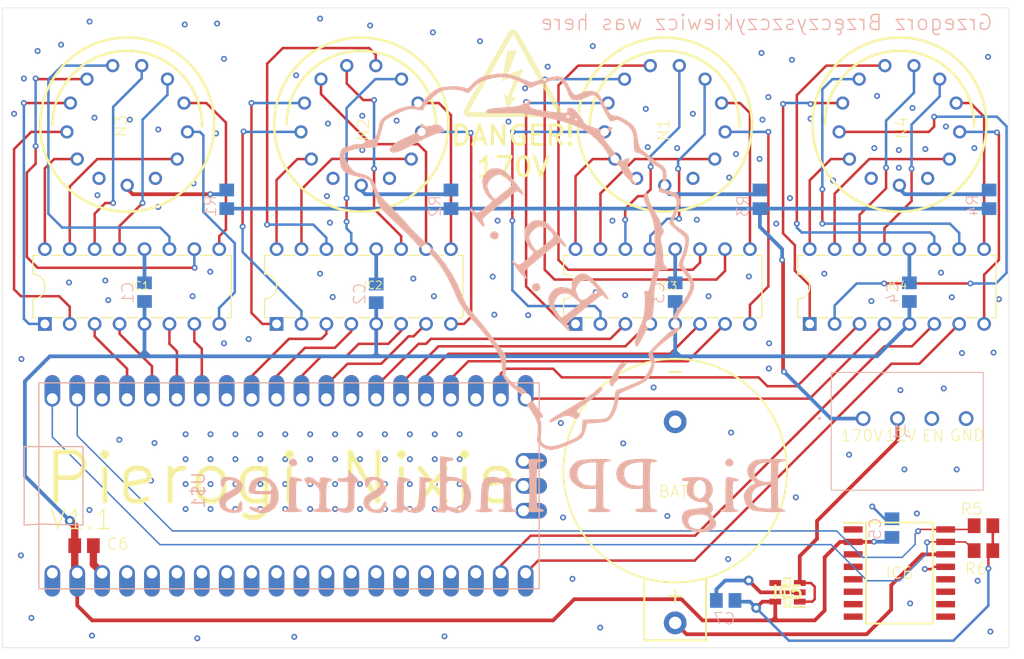
<source format=kicad_pcb>
(kicad_pcb (version 20221018) (generator pcbnew)
  (layers (0 "F.Cu" signal) (1 "In1.Cu" signal) (2 "In2.Cu" signal) (31 "B.Cu" signal) (34 "B.Paste" user) (35 "F.Paste" user) (36 "B.SilkS" user "B.Silkscreen") (37 "F.SilkS" user "F.Silkscreen") (38 "B.Mask" user) (39 "F.Mask" user) (44 "Edge.Cuts" user))
  (net 0 "")
  (net 1 "VCC")
  (net 2 "GND")
  (net 3 "Net-(IC6-VBAT)")
  (net 4 "+5V")
  (net 5 "/N13")
  (net 6 "/N10")
  (net 7 "/N11")
  (net 8 "/N15")
  (net 9 "/N14")
  (net 10 "/N16")
  (net 11 "/N17")
  (net 12 "/N12")
  (net 13 "/C1")
  (net 14 "/B1")
  (net 15 "/D1")
  (net 16 "/A1")
  (net 17 "/N19")
  (net 18 "/N18")
  (net 19 "/N23")
  (net 20 "/N20")
  (net 21 "/N21")
  (net 22 "/N25")
  (net 23 "/N24")
  (net 24 "/N26")
  (net 25 "/N27")
  (net 26 "/N22")
  (net 27 "/C2")
  (net 28 "/B2")
  (net 29 "/D2")
  (net 30 "/A2")
  (net 31 "/N29")
  (net 32 "/N28")
  (net 33 "/N33")
  (net 34 "/N30")
  (net 35 "/N31")
  (net 36 "/N35")
  (net 37 "/N34")
  (net 38 "/N36")
  (net 39 "/N37")
  (net 40 "/N32")
  (net 41 "/C3")
  (net 42 "/B3")
  (net 43 "/D3")
  (net 44 "/A3")
  (net 45 "/N39")
  (net 46 "/N38")
  (net 47 "/N43")
  (net 48 "/N40")
  (net 49 "/N41")
  (net 50 "/N45")
  (net 51 "/N44")
  (net 52 "/N46")
  (net 53 "/N47")
  (net 54 "/N42")
  (net 55 "/C4")
  (net 56 "/B4")
  (net 57 "/D4")
  (net 58 "/A4")
  (net 59 "/N49")
  (net 60 "/N48")
  (net 61 "+12V")
  (net 74 "/SDA")
  (net 75 "/SCL")
  (net 76 "/ENABLE")
  (net 77 "/170V1")
  (net 80 "/170V2")
  (net 83 "/170V3")
  (net 86 "/170V4")
  (footprint "nixie:C0805" (layer "F.Cu") (at 104.836 131.826)
    (fp_text reference "C6")
    (fp_text value "100nf" hide)
  )
  (footprint "nixie:SOIC127P1032X265-16N" (layer "F.Cu") (at 187.96 134.62)
    (fp_text reference "IC6")
    (fp_text value "DS3231M+TRL")
  )
  (footprint "nixie:HVSMALL" (layer "F.Cu") (at 143.45085 88.73055)
    (fp_text reference "U$2" hide)
    (fp_text value "HVSMALL" hide)
  )
  (footprint "nixie:R0805" (layer "F.Cu") (at 196.53 129.794)
    (fp_text reference "R5")
    (fp_text value "10k" hide)
  )
  (footprint "TimeExpander:DIP16-2.54-19.2X7.62MM" (layer "F.Cu") (at 163.83 105.41)
    (fp_text reference "IC3")
    (fp_text value "SN74141")
  )
  (footprint "nixie:SN2032" (layer "F.Cu") (at 165.1 124.18 180)
    (fp_text reference "BAT1")
    (fp_text value "SN2032")
  )
  (footprint "Footprints:SOT95P280X130-5N" (layer "F.Cu") (at 176.55 136.586 180)
    (fp_text reference "IC5")
    (fp_text value "MIC5219-5.0YM5-TR" hide)
  )
  (footprint "TimeExpander:DIP16-2.54-19.2X7.62MM" (layer "F.Cu") (at 187.706 105.41)
    (fp_text reference "IC4")
    (fp_text value "SN74141")
  )
  (footprint "TimeExpander:DIP16-2.54-19.2X7.62MM" (layer "F.Cu") (at 133.35 105.41)
    (fp_text reference "IC2")
    (fp_text value "SN74141")
  )
  (footprint "nixie:R0805" (layer "F.Cu") (at 196.53 132.334)
    (fp_text reference "R6")
    (fp_text value "10k" hide)
  )
  (footprint "TimeExpander:DIP16-2.54-19.2X7.62MM" (layer "F.Cu") (at 109.728 105.41)
    (fp_text reference "IC1")
    (fp_text value "SN74141")
  )
  (footprint "nixie:C0805" (layer "B.Cu") (at 110.998 105.984 90)
    (fp_text reference "C1")
    (fp_text value "100nf" hide)
  )
  (footprint "nixie:1984989" (layer "B.Cu") (at 184.262 118.872)
    (fp_text reference "J1")
    (fp_text value "1984989")
  )
  (footprint "LOGO" (layer "B.Cu") (at 147.32 106.68 180)
    (fp_text reference "G***" hide)
    (fp_text value "LOGO" hide)
  )
  (footprint "nixie:C0805" (layer "B.Cu") (at 188.976 105.984 90)
    (fp_text reference "C4")
    (fp_text value "100nf" hide)
  )
  (footprint "nixie:C0805" (layer "B.Cu") (at 134.62 106.106 90)
    (fp_text reference "C2")
    (fp_text value "100nf" hide)
  )
  (footprint "nixie:IN-14" (layer "B.Cu") (at 187.96 88.9 180)
    (fp_text reference "N4")
    (fp_text value "Val**" hide)
  )
  (footprint "nixie:RPI_PICO_TH" (layer "B.Cu") (at 125.73 125.73 -90)
    (fp_text reference "U$1")
    (fp_text value "RPI_PICO-TH" hide)
  )
  (footprint "nixie:R0805" (layer "B.Cu") (at 173.736 96.52 -90)
    (fp_text reference "R3")
    (fp_text value "10k" hide)
  )
  (footprint "nixie:C0805" (layer "B.Cu") (at 165.1 105.984 90)
    (fp_text reference "C3")
    (fp_text value "100nf" hide)
  )
  (footprint "nixie:C0805" (layer "B.Cu") (at 187.198 130.0378 90)
    (fp_text reference "C5")
    (fp_text value "100nf" hide)
  )
  (footprint "nixie:R0805" (layer "B.Cu") (at 142.24 96.52 -90)
    (fp_text reference "R2")
    (fp_text value "10k" hide)
  )
  (footprint "nixie:R0805" (layer "B.Cu") (at 197.104 96.52 -90)
    (fp_text reference "R4")
    (fp_text value "10k" hide)
  )
  (footprint "nixie:R0805" (layer "B.Cu") (at 119.38 96.52 -90)
    (fp_text reference "R1")
    (fp_text value "10k" hide)
  )
  (footprint "nixie:C0805" (layer "B.Cu") (at 170.246 137.414 180)
    (fp_text reference "C7")
    (fp_text value "470pf" hide)
  )
  (footprint "nixie:IN-14" (layer "B.Cu") (at 164.0413 88.9 180)
    (fp_text reference "N3")
    (fp_text value "Val**" hide)
  )
  (footprint "nixie:IN-14" (layer "B.Cu") (at 109.2342 88.9 180)
    (fp_text reference "N1")
    (fp_text value "Val**" hide)
  )
  (footprint "nixie:IN-14" (layer "B.Cu") (at 133.096 88.9 180)
    (fp_text reference "N2")
    (fp_text value "Val**" hide)
  )
  (gr_line (start 199.1361 142.24) (end 199.1361 77.0051) (stroke (width 0.05)) (layer "Edge.Cuts"))
  (gr_line (start 96.52 142.24) (end 199.1361 142.24) (stroke (width 0.05)) (layer "Edge.Cuts"))
  (gr_line (start 199.1361 77.0051) (end 96.52 77.0051) (stroke (width 0.05)) (layer "Edge.Cuts"))
  (gr_line (start 96.52 77.0051) (end 96.52 142.24) (stroke (width 0.05)) (layer "Edge.Cuts"))
  (gr_text "Grzegorz Brzęczyszczykiewicz was here" (at 197.5612 79.4004) (layer "B.SilkS") (effects (font (size 1.542288 1.542288) (thickness 0.134112)) (justify left bottom mirror)))
  (gr_text "V1.1\n" (at 101.219 130.3274) (layer "F.SilkS") (effects (font (size 2 2) (thickness 0.14224)) (justify left bottom)))
  (gr_text "EN" (at 190.1698 121.3358) (layer "F.SilkS") (effects (font (size 1.1684 1.1684) (thickness 0.1016)) (justify left bottom)))
  (gr_text "Pierogi Nixie" (at 100.4316 127.9144) (layer "F.SilkS") (effects (font (size 5 5) (thickness 0.5)) (justify left bottom)))
  (gr_text "DANGER!\n170V" (at 148.5646 94.4118) (layer "F.SilkS") (effects (font (size 2 2) (thickness 0.3048)) (justify bottom)))
  (gr_text "GND" (at 193.0146 121.2596) (layer "F.SilkS") (effects (font (size 1.1684 1.1684) (thickness 0.1016)) (justify left bottom)))
  (gr_text "170V" (at 181.8894 121.3104) (layer "F.SilkS") (effects (font (size 1.1684 1.1684) (thickness 0.1016)) (justify left bottom)))
  (gr_text "12V\n" (at 186.4106 121.285) (layer "F.SilkS") (effects (font (size 1.1684 1.1684) (thickness 0.1016)) (justify left bottom)))
  (segment (start 176.1 102.8) (end 176 102.7) (width 0.381) (layer "F.Cu") (net 1))
  (segment (start 176.1 114) (end 176.1 102.8) (width 0.381) (layer "F.Cu") (net 1))
  (segment (start 176.2 114.1) (end 176.1 114) (width 0.381) (layer "F.Cu") (net 1))
  (via (at 176 102.7) (size 0.6) (drill 0.3) (layers "F.Cu" "B.Cu") (net 1))
  (via (at 176.2 114.1) (size 0.6) (drill 0.3) (layers "F.Cu" "B.Cu") (net 1))
  (segment (start 173.736 99.336) (end 173.736 97.47) (width 0.381) (layer "B.Cu") (net 1))
  (segment (start 184.262 118.872) (end 180.972 118.872) (width 0.381) (layer "B.Cu") (net 1))
  (segment (start 180.972 118.872) (end 176.2 114.1) (width 0.381) (layer "B.Cu") (net 1))
  (segment (start 197.104 97.47) (end 173.736 97.47) (width 0.381) (layer "B.Cu") (net 1))
  (segment (start 176 101.6) (end 173.736 99.336) (width 0.381) (layer "B.Cu") (net 1))
  (segment (start 173.736 97.47) (end 142.24 97.47) (width 0.381) (layer "B.Cu") (net 1))
  (segment (start 119.38 97.47) (end 142.24 97.47) (width 0.381) (layer "B.Cu") (net 1))
  (segment (start 176 102.7) (end 176 101.6) (width 0.381) (layer "B.Cu") (net 1))
  (segment (start 190.5508 134.2136) (end 191.2366 134.2136) (width 0.254) (layer "F.Cu") (net 2))
  (segment (start 191.4652 133.985) (end 192.672 133.985) (width 0.254) (layer "F.Cu") (net 2))
  (segment (start 105.786 133.726) (end 105.786 131.826) (width 0.75) (layer "F.Cu") (net 2))
  (segment (start 177.8 136.586) (end 173.797 136.586) (width 0.381) (layer "F.Cu") (net 2))
  (segment (start 173.797 136.586) (end 172.593 135.382) (width 0.381) (layer "F.Cu") (net 2))
  (segment (start 106.68 134.62) (end 105.786 133.726) (width 0.75) (layer "F.Cu") (net 2))
  (segment (start 191.2366 134.2136) (end 191.4652 133.985) (width 0.254) (layer "F.Cu") (net 2))
  (via (at 185.1914 127.8382) (size 0.6) (drill 0.3) (layers "F.Cu" "B.Cu") (net 2))
  (via (at 115.189 128.0922) (size 0.6) (drill 0.3) (layers "F.Cu" "B.Cu") (net 2))
  (via (at 140.5 106.4) (size 0.6) (drill 0.3) (layers "F.Cu" "B.Cu") (net 2))
  (via (at 192.2 104) (size 0.6) (drill 0.3) (layers "F.Cu" "B.Cu") (net 2))
  (via (at 107 104.8) (size 0.6) (drill 0.3) (layers "F.Cu" "B.Cu") (net 2))
  (via (at 119.1 111.2) (size 0.6) (drill 0.3) (layers "F.Cu" "B.Cu") (net 2))
  (via (at 99.4664 139.192) (size 0.6) (drill 0.3) (layers "F.Cu" "B.Cu") (net 2))
  (via (at 105.6386 140.9954) (size 0.6) (drill 0.3) (layers "F.Cu" "B.Cu") (net 2))
  (via (at 193.802 124.0536) (size 0.6) (drill 0.3) (layers "F.Cu" "B.Cu") (net 2))
  (via (at 154.627047 135.21036) (size 0.6) (drill 0.3) (layers "F.Cu" "B.Cu") (net 2))
  (via (at 145.2 80.4) (size 0.6) (drill 0.3) (layers "F.Cu" "B.Cu") (net 2))
  (via (at 117.729 120.4722) (size 0.6) (drill 0.3) (layers "F.Cu" "B.Cu") (net 2))
  (via (at 190.6 91.4) (size 0.6) (drill 0.3) (layers "F.Cu" "B.Cu") (net 2))
  (via (at 130.429 128.0922) (size 0.6) (drill 0.3) (layers "F.Cu" "B.Cu") (net 2))
  (via (at 162.3 91.2) (size 0.6) (drill 0.3) (layers "F.Cu" "B.Cu") (net 2))
  (via (at 187.9 93.3) (size 0.6) (drill 0.3) (layers "F.Cu" "B.Cu") (net 2))
  (via (at 127.889 123.0122) (size 0.6) (drill 0.3) (layers "F.Cu" "B.Cu") (net 2))
  (via (at 98.3996 132.8166) (size 0.6) (drill 0.3) (layers "F.Cu" "B.Cu") (net 2))
  (via (at 159.8 121.4) (size 0.6) (drill 0.3) (layers "F.Cu" "B.Cu") (net 2))
  (via (at 170.8 120.3) (size 0.6) (drill 0.3) (layers "F.Cu" "B.Cu") (net 2))
  (via (at 119.1 82.2) (size 0.6) (drill 0.3) (layers "F.Cu" "B.Cu") (net 2))
  (via (at 143.129 120.4722) (size 0.6) (drill 0.3) (layers "F.Cu" "B.Cu") (net 2))
  (via (at 132.969 120.4722) (size 0.6) (drill 0.3) (layers "F.Cu" "B.Cu") (net 2))
  (via (at 135.509 120.4722) (size 0.6) (drill 0.3) (layers "F.Cu" "B.Cu") (net 2))
  (via (at 138.049 125.5522) (size 0.6) (drill 0.3) (layers "F.Cu" "B.Cu") (net 2))
  (via (at 129.9 98.9) (size 0.6) (drill 0.3) (layers "F.Cu" "B.Cu") (net 2))
  (via (at 135.509 125.5522) (size 0.6) (drill 0.3) (layers "F.Cu" "B.Cu") (net 2))
  (via (at 156.7 80.9) (size 0.6) (drill 0.3) (layers "F.Cu" "B.Cu") (net 2))
  (via (at 130.182686 106.483735) (size 0.6) (drill 0.3) (layers "F.Cu" "B.Cu") (net 2))
  (via (at 130.429 120.4722) (size 0.6) (drill 0.3) (layers "F.Cu" "B.Cu") (net 2))
  (via (at 125.349 120.4722) (size 0.6) (drill 0.3) (layers "F.Cu" "B.Cu") (net 2))
  (via (at 116 94.9) (size 0.6) (drill 0.3) (layers "F.Cu" "B.Cu") (net 2))
  (via (at 115.189 123.0122) (size 0.6) (drill 0.3) (layers "F.Cu" "B.Cu") (net 2))
  (via (at 194.3354 112.1918) (size 0.6) (drill 0.3) (layers "F.Cu" "B.Cu") (net 2))
  (via (at 97.7 87.8) (size 0.6) (drill 0.3) (layers "F.Cu" "B.Cu") (net 2))
  (via (at 120.269 123.0122) (size 0.6) (drill 0.3) (layers "F.Cu" "B.Cu") (net 2))
  (via (at 138.049 128.0922) (size 0.6) (drill 0.3) (layers "F.Cu" "B.Cu") (net 2))
  (via (at 195.6 91.3) (size 0.6) (drill 0.3) (layers "F.Cu" "B.Cu") (net 2))
  (via (at 185.4 91.3) (size 0.6) (drill 0.3) (layers "F.Cu" "B.Cu") (net 2))
  (via (at 117.729 125.5522) (size 0.6) (drill 0.3) (layers "F.Cu" "B.Cu") (net 2))
  (via (at 122.809 123.0122) (size 0.6) (drill 0.3) (layers "F.Cu" "B.Cu") (net 2))
  (via (at 143.129 123.0122) (size 0.6) (drill 0.3) (layers "F.Cu" "B.Cu") (net 2))
  (via (at 105.3846 128.1938) (size 0.6) (drill 0.3) (layers "F.Cu" "B.Cu") (net 2))
  (via (at 193.3 106.5) (size 0.6) (drill 0.3) (layers "F.Cu" "B.Cu") (net 2))
  (via (at 102.495143 80.755553) (size 0.6) (drill 0.3) (layers "F.Cu" "B.Cu") (net 2))
  (via (at 141.5796 141.0716) (size 0.6) (drill 0.3) (layers "F.Cu" "B.Cu") (net 2))
  (via (at 172.615692 104.384843) (size 0.6) (drill 0.3) (layers "F.Cu" "B.Cu") (net 2))
  (via (at 121.6152 110.7694) (size 0.6) (drill 0.3) (layers "F.Cu" "B.Cu") (net 2))
  (via (at 111.6584 125.1966) (size 0.6) (drill 0.3) (layers "F.Cu" "B.Cu") (net 2))
  (via (at 117.729 123.0122) (size 0.6) (drill 0.3) (layers "F.Cu" "B.Cu") (net 2))
  (via (at 153.67 128.9558) (size 0.6) (drill 0.3) (layers "F.Cu" "B.Cu") (net 2))
  (via (at 108.4326 121.031) (size 0.6) (drill 0.3) (layers "F.Cu" "B.Cu") (net 2))
  (via (at 167.3 98.6) (size 0.6) (drill 0.3) (layers "F.Cu" "B.Cu") (net 2))
  (via (at 126.2634 141.1224) (size 0.6) (drill 0.3) (layers "F.Cu" "B.Cu") (net 2))
  (via (at 173.9 81.6) (size 0.6) (drill 0.3) (layers "F.Cu" "B.Cu") (net 2))
  (via (at 107.3 106.8) (size 0.6) (drill 0.3) (layers "F.Cu" "B.Cu") (net 2))
  (via (at 140.589 128.0922) (size 0.6) (drill 0.3) (layers "F.Cu" "B.Cu") (net 2))
  (via (at 105.4 78.4) (size 0.6) (drill 0.3) (layers "F.Cu" "B.Cu") (net 2))
  (via (at 158.7 98.7) (size 0.6) (drill 0.3) (layers "F.Cu" "B.Cu") (net 2))
  (via (at 172.593 135.382) (size 1) (drill 0.5) (layers "F.Cu" "B.Cu") (net 2))
  (via (at 149.8 85.2) (size 0.6) (drill 0.3) (layers "F.Cu" "B.Cu") (net 2))
  (via (at 190.5508 134.2136) (size 0.6) (drill 0.3) (layers "F.Cu" "B.Cu") (net 2))
  (via (at 148.1 88.6) (size 0.6) (drill 0.3) (layers "F.Cu" "B.Cu") (net 2))
  (via (at 125.349 128.0922) (size 0.6) (drill 0.3) (layers "F.Cu" "B.Cu") (net 2))
  (via (at 197 82) (size 0.6) (drill 0.3) (layers "F.Cu" "B.Cu") (net 2))
  (via (at 130.429 123.0122) (size 0.6) (drill 0.3) (layers "F.Cu" "B.Cu") (net 2))
  (via (at 140.589 125.5522) (size 0.6) (drill 0.3) (layers "F.Cu" "B.Cu") (net 2))
  (via (at 174.6 86.1) (size 0.6) (drill 0.3) (layers "F.Cu" "B.Cu") (net 2))
  (via (at 166.9 87.8) (size 0.6) (drill 0.3) (layers "F.Cu" "B.Cu") (net 2))
  (via (at 165.3 91.3) (size 0.6) (drill 0.3) (layers "F.Cu" "B.Cu") (net 2))
  (via (at 143.129 128.0922) (size 0.6) (drill 0.3) (layers "F.Cu" "B.Cu") (net 2))
  (via (at 174 88.4) (size 0.6) (drill 0.3) (layers "F.Cu" "B.Cu") (net 2))
  (via (at 197.5612 112.141) (size 0.6) (drill 0.3) (layers "F.Cu" "B.Cu") (net 2))
  (via (at 115.189 125.5522) (size 0.6) (drill 0.3) (layers "F.Cu" "B.Cu") (net 2))
  (via (at 122.809 128.0922) (size 0.6) (drill 0.3) (layers "F.Cu" "B.Cu") (net 2))
  (via (at 127.889 128.0922) (size 0.6) (drill 0.3) (layers "F.Cu" "B.Cu") (net 2))
  (via (at 174.6504 113.7666) (size 0.6) (drill 0.3) (layers "F.Cu" "B.Cu") (net 2))
  (via (at 189.738 128.5494) (size 0.6) (drill 0.3) (layers "F.Cu" "B.Cu") (net 2))
  (via (at 135.509 128.0922) (size 0.6) (drill 0.3) (layers "F.Cu" "B.Cu") (net 2))
  (via (at 120.269 120.4722) (size 0.6) (drill 0.3) (layers "F.Cu" "B.Cu") (net 2))
  (via (at 189.0522 137.7188) (size 0.6) (drill 0.3) (layers "F.Cu" "B.Cu") (net 2))
  (via (at 185.685002 85.978569) (size 0.6) (drill 0.3) (layers "F.Cu" "B.Cu") (net 2))
  (via (at 176.8 96.4) (size 0.6) (drill 0.3) (layers "F.Cu" "B.Cu") (net 2))
  (via (at 120.269 128.0922) (size 0.6) (drill 0.3) (layers "F.Cu" "B.Cu") (net 2))
  (via (at 160 106.3) (size 0.6) (drill 0.3) (layers "F.Cu" "B.Cu") (net 2))
  (via (at 157.4546 140.1826) (size 0.6) (drill 0.3) (layers "F.Cu" "B.Cu") (net 2))
  (via (at 177.4 126.9) (size 0.6) (drill 0.3) (layers "F.Cu" "B.Cu") (net 2))
  (via (at 126.45908 83.87891) (size 0.6) (drill 0.3) (layers "F.Cu" "B.Cu") (net 2))
  (via (at 133.2 88) (size 0.6) (drill 0.3) (layers "F.Cu" "B.Cu") (net 2))
  (via (at 127.889 120.4722) (size 0.6) (drill 0.3) (layers "F.Cu" "B.Cu") (net 2))
  (via (at 125.349 123.0122) (size 0.6) (drill 0.3) (layers "F.Cu" "B.Cu") (net 2))
  (via (at 98.4504 112.8014) (size 0.6) (drill 0.3) (layers "F.Cu" "B.Cu") (net 2))
  (via (at 103.3 105) (size 0.6) (drill 0.3) (layers "F.Cu" "B.Cu") (net 2))
  (via (at 178.9 88.3) (size 0.6) (drill 0.3) (layers "F.Cu" "B.Cu") (net 2))
  (via (at 134 78.8) (size 0.6) (drill 0.3) (layers "F.Cu" "B.Cu") (net 2))
  (via (at 118.3 89.8) (size 0.6) (drill 0.3) (layers "F.Cu" "B.Cu") (net 2))
  (via (at 170.6 94.3) (size 0.6) (drill 0.3) (layers "F.Cu" "B.Cu") (net 2))
  (via (at 115.9 106.4) (size 0.6) (drill 0.3) (layers "F.Cu" "B.Cu") (net 2))
  (via (at 100.1 81.4) (size 0.6) (drill 0.3) (layers "F.Cu" "B.Cu") (net 2))
  (via (at 129.6 96.2) (size 0.6) (drill 0.3) (layers "F.Cu" "B.Cu") (net 2))
  (via (at 98.7 84.2) (size 0.6) (drill 0.3) (layers "F.Cu" "B.Cu") (net 2))
  (via (at 162.9 115.7) (size 0.6) (drill 0.3) (layers "F.Cu" "B.Cu") (net 2))
  (via (at 122.809 120.4722) (size 0.6) (drill 0.3) (layers "F.Cu" "B.Cu") (net 2))
  (via (at 138.049 120.4722) (size 0.6) (drill 0.3) (layers "F.Cu" "B.Cu") (net 2))
  (via (at 181.2 94.6) (size 0.6) (drill 0.3) (layers "F.Cu" "B.Cu") (net 2))
  (via (at 112.014 121.3612) (size 0.6) (drill 0.3) (layers "F.Cu" "B.Cu") (net 2))
  (via (at 140.397951 79.502268) (size 0.6) (drill 0.3) (layers "F.Cu" "B.Cu") (net 2))
  (via (at 132.969 125.5522) (size 0.6) (drill 0.3) (layers "F.Cu" "B.Cu") (net 2))
  (via (at 185.1 106.9) (size 0.6) (drill 0.3) (layers "F.Cu" "B.Cu") (net 2))
  (via (at 146.5 104.4) (size 0.6) (drill 0.3) (layers "F.Cu" "B.Cu") (net 2))
  (via (at 192.7 89.1) (size 0.6) (drill 0.3) (layers "F.Cu" "B.Cu") (net 2))
  (via (at 105.9 88.2) (size 0.6) (drill 0.3) (layers "F.Cu" "B.Cu") (net 2))
  (via (at 129.7 88.8) (size 0.6) (drill 0.3) (layers "F.Cu" "B.Cu") (net 2))
  (via (at 138.4 104.6) (size 0.6) (drill 0.3) (layers "F.Cu" "B.Cu") (net 2))
  (via (at 128.9 78.1) (size 0.6) (drill 0.3) (layers "F.Cu" "B.Cu") (net 2))
  (via (at 168.5 106.4) (size 0.6) (drill 0.3) (layers "F.Cu" "B.Cu") (net 2))
  (via (at 106.2 96.1) (size 0.6) (drill 0.3) (layers "F.Cu" "B.Cu") (net 2))
  (via (at 198.1 106.7) (size 0.6) (drill 0.3) (layers "F.Cu" "B.Cu") (net 2))
  (via (at 112.4 97.3) (size 0.6) (drill 0.3) (layers "F.Cu" "B.Cu") (net 2))
  (via (at 116.3828 141.2748) (size 0.6) (drill 0.3) (layers "F.Cu" "B.Cu") (net 2))
  (via (at 174.6758 111.2012) (size 0.6) (drill 0.3) (layers "F.Cu" "B.Cu") (net 2))
  (via (at 132.969 128.0922) (size 0.6) (drill 0.3) (layers "F.Cu" "B.Cu") (net 2))
  (via (at 182.8292 122.555) (size 0.6) (drill 0.3) (layers "F.Cu" "B.Cu") (net 2))
  (via (at 152.1 83) (size 0.6) (drill 0.3) (layers "F.Cu" "B.Cu") (net 2))
  (via (at 180.3 104.1) (size 0.6) (drill 0.3) (layers "F.Cu" "B.Cu") (net 2))
  (via (at 187.9 91.5) (size 0.6) (drill 0.3) (layers "F.Cu" "B.Cu") (net 2))
  (via (at 127.889 125.5522) (size 0.6) (drill 0.3) (layers "F.Cu" "B.Cu") (net 2))
  (via (at 189.292734 87.203625) (size 0.6) (drill 0.3) (layers "F.Cu" "B.Cu") (net 2))
  (via (at 177 82.3) (size 0.6) (drill 0.3) (layers "F.Cu" "B.Cu") (net 2))
  (via (at 117.7 103.9) (size 0.6) (drill 0.3) (layers "F.Cu" "B.Cu") (net 2))
  (via (at 132.969 123.0122) (size 0.6) (drill 0.3) (layers "F.Cu" "B.Cu") (net 2))
  (via (at 164.3 128.8) (size 0.6) (drill 0.3) (layers "F.Cu" "B.Cu") (net 2))
  (via (at 192.4812 115.7986) (size 0.6) (drill 0.3) (layers "F.Cu" "B.Cu") (net 2))
  (via (at 112.4 89.4) (size 0.6) (drill 0.3) (layers "F.Cu" "B.Cu") (net 2))
  (via (at 188.0616 115.9764) (size 0.6) (drill 0.3) (layers "F.Cu" "B.Cu") (net 2))
  (via (at 143.129 125.5522) (size 0.6) (drill 0.3) (layers "F.Cu" "B.Cu") (net 2))
  (via (at 147 98.7) (size 0.6) (drill 0.3) (layers "F.Cu" "B.Cu") (net 2))
  (via (at 138.049 123.0122) (size 0.6) (drill 0.3) (layers "F.Cu" "B.Cu") (net 2))
  (via (at 173.7 92.4) (size 0.6) (drill 0.3) (layers "F.Cu" "B.Cu") (net 2))
  (via (at 115.1 78.7) (size 0.6) (drill 0.3) (layers "F.Cu" "B.Cu") (net 2))
  (via (at 117.729 128.0922) (size 0.6) (drill 0.3) (layers "F.Cu" "B.Cu") (net 2))
  (via (at 118.4 78.6) (size 0.6) (drill 0.3) (layers "F.Cu" "B.Cu") (net 2))
  (via (at 171.3 91.9) (size 0.6) (drill 0.3) (layers "F.Cu" "B.Cu") (net 2))
  (via (at 128.9 104.1) (size 0.6) (drill 0.3) (layers "F.Cu" "B.Cu") (net 2))
  (via (at 122.809 125.5522) (size 0.6) (drill 0.3) (layers "F.Cu" "B.Cu") (net 2))
  (via (at 197.231 140.589) (size 0.6) (drill 0.3) (layers "F.Cu" "B.Cu") (net 2))
  (via (at 150.114 108.331) (size 0.6) (drill 0.3) (layers "F.Cu" "B.Cu") (net 2))
  (via (at 157 106) (size 0.6) (drill 0.3) (layers "F.Cu" "B.Cu") (net 2))
  (via (at 135.509 123.0122) (size 0.6) (drill 0.3) (layers "F.Cu" "B.Cu") (net 2))
  (via (at 120.269 125.5522) (size 0.6) (drill 0.3) (layers "F.Cu" "B.Cu") (net 2))
  (via (at 175.4 99) (size 0.6) (drill 0.3) (layers "F.Cu" "B.Cu") (net 2))
  (via (at 125.349 125.5522) (size 0.6) (drill 0.3) (layers "F.Cu" "B.Cu") (net 2))
  (via (at 153.4414 119.3292) (size 0.6) (drill 0.3) (layers "F.Cu" "B.Cu") (net 2))
  (via (at 162.1 87.3) (size 0.6) (drill 0.3) (layers "F.Cu" "B.Cu") (net 2))
  (via (at 115.189 120.4722) (size 0.6) (drill 0.3) (layers "F.Cu" "B.Cu") (net 2))
  (via (at 130.429 125.5522) (size 0.6) (drill 0.3) (layers "F.Cu" "B.Cu") (net 2))
  (via (at 195.9356 135.4074) (size 0.6) (drill 0.3) (layers "F.Cu" "B.Cu") (net 2))
  (via (at 140.589 120.4722) (size 0.6) (drill 0.3) (layers "F.Cu" "B.Cu") (net 2))
  (via (at 140.589 123.0122) (size 0.6) (drill 0.3) (layers "F.Cu" "B.Cu") (net 2))
  (via (at 133.2 91.5) (size 0.6) (drill 0.3) (layers "F.Cu" "B.Cu") (net 2))
  (via (at 188.468 124.0536) (size 0.6) (drill 0.3) (layers "F.Cu" "B.Cu") (net 2))
  (via (at 170.5 133.2) (size 0.6) (drill 0.3) (layers "F.Cu" "B.Cu") (net 2))
  (via (at 146.6596 108.2802) (size 0.6) (drill 0.3) (layers "F.Cu" "B.Cu") (net 2))
  (via (at 109.5 88.4) (size 0.6) (drill 0.3) (layers "F.Cu" "B.Cu") (net 2))
  (via (at 136.7 88.5) (size 0.6) (drill 0.3) (layers "F.Cu" "B.Cu") (net 2))
  (segment (start 172.593 135.382) (end 170.197 135.382) (width 0.381) (layer "B.Cu") (net 2))
  (segment (start 187.198 129.0878) (end 186.441 129.0878) (width 0.254) (layer "B.Cu") (net 2))
  (segment (start 110.998 105.034) (end 110.998 101.6) (width 0.381) (layer "B.Cu") (net 2))
  (segment (start 169.296 136.283) (end 169.296 137.414) (width 0.381) (layer "B.Cu") (net 2))
  (segment (start 170.197 135.382) (end 169.296 136.283) (width 0.381) (layer "B.Cu") (net 2))
  (segment (start 186.441 129.0878) (end 185.1914 127.8382) (width 0.254) (layer "B.Cu") (net 2))
  (segment (start 134.62 105.156) (end 134.62 101.6) (width 0.381) (layer "B.Cu") (net 2))
  (segment (start 165.1 105.034) (end 165.1 101.6) (width 0.381) (layer "B.Cu") (net 2))
  (segment (start 188.976 105.034) (end 188.976 101.6) (width 0.381) (layer "B.Cu") (net 2))
  (segment (start 190.2714 132.715) (end 187.1218 135.8646) (width 0.381) (layer "F.Cu") (net 3))
  (segment (start 166.258 140.858) (end 165.1 139.7) (width 0.381) (layer "F.Cu") (net 3))
  (segment (start 192.672 132.715) (end 190.2714 132.715) (width 0.381) (layer "F.Cu") (net 3))
  (segment (start 187.1218 138.3538) (end 184.6176 140.858) (width 0.381) (layer "F.Cu") (net 3))
  (segment (start 184.6176 140.858) (end 166.258 140.858) (width 0.381) (layer "F.Cu") (net 3))
  (segment (start 187.1218 135.8646) (end 187.1218 138.3538) (width 0.381) (layer "F.Cu") (net 3))
  (segment (start 165.735 137.287) (end 154.813 137.287) (width 0.381) (layer "F.Cu") (net 4))
  (segment (start 179.324 139.446) (end 180.34 138.43) (width 0.381) (layer "F.Cu") (net 4))
  (segment (start 154.813 137.287) (end 152.654 139.446) (width 0.381) (layer "F.Cu") (net 4))
  (segment (start 175.3 138.938) (end 175.3 139.406) (width 0.381) (layer "F.Cu") (net 4))
  (segment (start 175.3 139.152) (end 175.006 139.446) (width 0.381) (layer "F.Cu") (net 4))
  (segment (start 175.3 139.152) (end 175.3 139.232) (width 0.381) (layer "F.Cu") (net 4))
  (segment (start 197.0278 134.1628) (end 197.0278 132.7862) (width 0.254) (layer "F.Cu") (net 4))
  (segment (start 175.514 139.446) (end 175.26 139.446) (width 0.381) (layer "F.Cu") (net 4))
  (segment (start 180.34 138.43) (end 180.34 133.0095) (width 0.381) (layer "F.Cu") (net 4))
  (segment (start 167.894 139.446) (end 165.735 137.287) (width 0.381) (layer "F.Cu") (net 4))
  (segment (start 103.886 129.794) (end 103.378 129.286) (width 0.75) (layer "F.Cu") (net 4))
  (segment (start 103.886 131.826) (end 103.886 134.366) (width 0.75) (layer "F.Cu") (net 4))
  (segment (start 183.248 131.445) (end 185.3438 131.445) (width 0.381) (layer "F.Cu") (net 4))
  (segment (start 175.295 137.541) (end 175.3 137.536) (width 0.381) (layer "F.Cu") (net 4))
  (segment (start 103.886 131.826) (end 103.886 129.794) (width 0.75) (layer "F.Cu") (net 4))
  (segment (start 105.664 139.446) (end 104.14 137.922) (width 0.381) (layer "F.Cu") (net 4))
  (segment (start 104.14 137.922) (end 104.14 134.62) (width 0.381) (layer "F.Cu") (net 4))
  (segment (start 180.34 133.0095) (end 181.9045 131.445) (width 0.381) (layer "F.Cu") (net 4))
  (segment (start 175.3 137.536) (end 175.3 138.938) (width 0.381) (layer "F.Cu") (net 4))
  (segment (start 173.355 138.176) (end 173.99 137.541) (width 0.381) (layer "F.Cu") (net 4))
  (segment (start 175.26 139.446) (end 175.006 139.446) (width 0.381) (layer "F.Cu") (net 4))
  (segment (start 179.324 139.446) (end 175.514 139.446) (width 0.381) (layer "F.Cu") (net 4))
  (segment (start 175.006 139.446) (end 167.894 139.446) (width 0.381) (layer "F.Cu") (net 4))
  (segment (start 181.9045 131.445) (end 183.248 131.445) (width 0.381) (layer "F.Cu") (net 4))
  (segment (start 175.3 139.232) (end 175.514 139.446) (width 0.381) (layer "F.Cu") (net 4))
  (segment (start 197.0278 132.7862) (end 197.48 132.334) (width 0.381) (layer "F.Cu") (net 4))
  (segment (start 152.654 139.446) (end 105.664 139.446) (width 0.381) (layer "F.Cu") (net 4))
  (segment (start 197.48 129.794) (end 197.48 132.334) (width 0.254) (layer "F.Cu") (net 4))
  (segment (start 175.3 138.938) (end 175.3 139.152) (width 0.381) (layer "F.Cu") (net 4))
  (segment (start 185.3438 131.445) (end 185.3692 131.4196) (width 0.381) (layer "F.Cu") (net 4))
  (segment (start 173.99 137.541) (end 175.295 137.541) (width 0.381) (layer "F.Cu") (net 4))
  (via (at 173.355 138.176) (size 1) (drill 0.5) (layers "F.Cu" "B.Cu") (net 4))
  (via (at 185.3692 131.4196) (size 0.6) (drill 0.3) (layers "F.Cu" "B.Cu") (net 4))
  (via (at 197.0278 134.1628) (size 0.6) (drill 0.3) (layers "F.Cu" "B.Cu") (net 4))
  (via (at 103.378 129.286) (size 1) (drill 0.5) (layers "F.Cu" "B.Cu") (net 4))
  (segment (start 134.366 112.522) (end 133.858 112.522) (width 0.381) (layer "B.Cu") (net 4))
  (segment (start 110.998 112.014) (end 110.998 109.22) (width 0.381) (layer "B.Cu") (net 4))
  (segment (start 134.62 109.22) (end 134.62 112.268) (width 0.381) (layer "B.Cu") (net 4))
  (segment (start 197.0278 137.9474) (end 197.0278 134.1628) (width 0.254) (layer "B.Cu") (net 4))
  (segment (start 98.806 124.714) (end 103.378 129.286) (width 0.381) (layer "B.Cu") (net 4))
  (segment (start 176.6952 141.5162) (end 193.459 141.5162) (width 0.254) (layer "B.Cu") (net 4))
  (segment (start 193.459 141.5162) (end 197.0278 137.9474) (width 0.254) (layer "B.Cu") (net 4))
  (segment (start 135.128 112.522) (end 134.62 112.522) (width 0.381) (layer "B.Cu") (net 4))
  (segment (start 165.1 112.014) (end 165.608 112.522) (width 0.381) (layer "B.Cu") (net 4))
  (segment (start 165.1 109.22) (end 165.1 112.014) (width 0.381) (layer "B.Cu") (net 4))
  (segment (start 173.355 138.176) (end 176.6952 141.5162) (width 0.254) (layer "B.Cu") (net 4))
  (segment (start 101.346 112.522) (end 98.806 115.062) (width 0.381) (layer "B.Cu") (net 4))
  (segment (start 172.72 137.541) (end 171.323 137.541) (width 0.381) (layer "B.Cu") (net 4))
  (segment (start 173.355 138.176) (end 172.72 137.541) (width 0.381) (layer "B.Cu") (net 4))
  (segment (start 110.998 112.522) (end 110.998 112.014) (width 0.381) (layer "B.Cu") (net 4))
  (segment (start 185.3692 131.4196) (end 186.7662 131.4196) (width 0.381) (layer "B.Cu") (net 4))
  (segment (start 134.62 109.22) (end 134.62 107.056) (width 0.381) (layer "B.Cu") (net 4))
  (segment (start 134.874 112.522) (end 135.128 112.522) (width 0.381) (layer "B.Cu") (net 4))
  (segment (start 165.608 112.522) (end 165.1 112.522) (width 0.381) (layer "B.Cu") (net 4))
  (segment (start 188.976 106.934) (end 188.976 109.22) (width 0.381) (layer "B.Cu") (net 4))
  (segment (start 165.1 112.522) (end 164.592 112.522) (width 0.381) (layer "B.Cu") (net 4))
  (segment (start 110.998 109.22) (end 110.998 106.934) (width 0.381) (layer "B.Cu") (net 4))
  (segment (start 186.7662 131.4196) (end 187.198 130.9878) (width 0.381) (layer "B.Cu") (net 4))
  (segment (start 165.1 106.934) (end 165.1 109.22) (width 0.381) (layer "B.Cu") (net 4))
  (segment (start 110.49 112.522) (end 101.346 112.522) (width 0.381) (layer "B.Cu") (net 4))
  (segment (start 110.998 112.522) (end 110.49 112.522) (width 0.381) (layer "B.Cu") (net 4))
  (segment (start 110.998 112.014) (end 110.49 112.522) (width 0.381) (layer "B.Cu") (net 4))
  (segment (start 133.858 112.522) (end 111.506 112.522) (width 0.381) (layer "B.Cu") (net 4))
  (segment (start 134.62 112.268) (end 134.62 112.522) (width 0.381) (layer "B.Cu") (net 4))
  (segment (start 134.62 112.268) (end 134.874 112.522) (width 0.381) (layer "B.Cu") (net 4))
  (segment (start 111.506 112.522) (end 110.998 112.522) (width 0.381) (layer "B.Cu") (net 4))
  (segment (start 165.1 112.014) (end 164.592 112.522) (width 0.381) (layer "B.Cu") (net 4))
  (segment (start 98.806 115.062) (end 98.806 124.714) (width 0.381) (layer "B.Cu") (net 4))
  (segment (start 134.62 112.522) (end 133.858 112.522) (width 0.381) (layer "B.Cu") (net 4))
  (segment (start 188.976 109.22) (end 185.674 112.522) (width 0.381) (layer "B.Cu") (net 4))
  (segment (start 185.674 112.522) (end 165.608 112.522) (width 0.381) (layer "B.Cu") (net 4))
  (segment (start 134.62 112.268) (end 134.366 112.522) (width 0.381) (layer "B.Cu") (net 4))
  (segment (start 110.998 112.014) (end 111.506 112.522) (width 0.381) (layer "B.Cu") (net 4))
  (segment (start 165.1 112.014) (end 165.1 112.522) (width 0.381) (layer "B.Cu") (net 4))
  (segment (start 164.592 112.522) (end 135.128 112.522) (width 0.381) (layer "B.Cu") (net 4))
  (segment (start 118.618 101.6) (end 118.618 100.282) (width 0.254) (layer "F.Cu") (net 5))
  (segment (start 119.3 99.6) (end 119.3 88.7) (width 0.254) (layer "F.Cu") (net 5))
  (segment (start 117.305 86.705) (end 115.0219 86.705) (width 0.254) (layer "F.Cu") (net 5))
  (segment (start 119.3 88.7) (end 117.305 86.705) (width 0.254) (layer "F.Cu") (net 5))
  (segment (start 118.618 100.282) (end 119.3 99.6) (width 0.254) (layer "F.Cu") (net 5))
  (segment (start 100.838 93.362) (end 101.7837 92.4163) (width 0.254) (layer "F.Cu") (net 6))
  (segment (start 101.7837 92.4163) (end 104.14 92.4163) (width 0.254) (layer "F.Cu") (net 6))
  (segment (start 100.838 101.6) (end 100.838 93.362) (width 0.254) (layer "F.Cu") (net 6))
  (segment (start 103.378 101.6) (end 103.378 95.222) (width 0.254) (layer "F.Cu") (net 7))
  (segment (start 106.1837 92.4163) (end 114.3284 92.4163) (width 0.254) (layer "F.Cu") (net 7))
  (segment (start 103.378 95.222) (end 106.1837 92.4163) (width 0.254) (layer "F.Cu") (net 7))
  (segment (start 105.918 101.6) (end 105.918 97.982) (width 0.254) (layer "F.Cu") (net 8))
  (segment (start 107 96.9) (end 107.8 96.9) (width 0.254) (layer "F.Cu") (net 8))
  (segment (start 105.918 97.982) (end 107 96.9) (width 0.254) (layer "F.Cu") (net 8))
  (via (at 107.8 96.9) (size 0.6) (drill 0.3) (layers "F.Cu" "B.Cu") (net 8))
  (segment (start 110.7155 84.1845) (end 110.7155 82.8899) (width 0.254) (layer "B.Cu") (net 8))
  (segment (start 107.8 87.1) (end 110.7155 84.1845) (width 0.254) (layer "B.Cu") (net 8))
  (segment (start 107.8 96.9) (end 107.8 87.1) (width 0.254) (layer "B.Cu") (net 8))
  (segment (start 108.458 99.242) (end 110.8 96.9) (width 0.254) (layer "F.Cu") (net 9))
  (segment (start 108.458 101.6) (end 108.458 99.242) (width 0.254) (layer "F.Cu") (net 9))
  (via (at 110.8 96.9) (size 0.6) (drill 0.3) (layers "F.Cu" "B.Cu") (net 9))
  (segment (start 113.3389 85.8611) (end 113.3389 84.2668) (width 0.254) (layer "B.Cu") (net 9))
  (segment (start 110.8 96.9) (end 110.8 88.4) (width 0.254) (layer "B.Cu") (net 9))
  (segment (start 110.8 88.4) (end 113.3389 85.8611) (width 0.254) (layer "B.Cu") (net 9))
  (segment (start 113.538 100.338) (end 112.6 99.4) (width 0.254) (layer "B.Cu") (net 10))
  (segment (start 101.2 84.3) (end 102.6101 82.8899) (width 0.254) (layer "B.Cu") (net 10))
  (segment (start 102.6 99.4) (end 101.2 98) (width 0.254) (layer "B.Cu") (net 10))
  (segment (start 101.2 98) (end 101.2 84.3) (width 0.254) (layer "B.Cu") (net 10))
  (segment (start 102.6101 82.8899) (end 107.7529 82.8899) (width 0.254) (layer "B.Cu") (net 10))
  (segment (start 112.6 99.4) (end 102.6 99.4) (width 0.254) (layer "B.Cu") (net 10))
  (segment (start 113.538 101.6) (end 113.538 100.338) (width 0.254) (layer "B.Cu") (net 10))
  (segment (start 116.1 103.5) (end 100.1 103.5) (width 0.254) (layer "F.Cu") (net 11))
  (segment (start 99 102.4) (end 99 93.8) (width 0.254) (layer "F.Cu") (net 11))
  (segment (start 99.9 92.9) (end 99.9 91.1) (width 0.254) (layer "F.Cu") (net 11))
  (segment (start 99 93.8) (end 99.9 92.9) (width 0.254) (layer "F.Cu") (net 11))
  (segment (start 99.9668 84.2668) (end 105.1295 84.2668) (width 0.254) (layer "F.Cu") (net 11))
  (segment (start 100.1 103.5) (end 99 102.4) (width 0.254) (layer "F.Cu") (net 11))
  (segment (start 99.9 84.2) (end 99.9668 84.2668) (width 0.254) (layer "F.Cu") (net 11))
  (via (at 99.9 91.1) (size 0.6) (drill 0.3) (layers "F.Cu" "B.Cu") (net 11))
  (via (at 99.9 84.2) (size 0.6) (drill 0.3) (layers "F.Cu" "B.Cu") (net 11))
  (via (at 116.1 103.5) (size 0.6) (drill 0.3) (layers "F.Cu" "B.Cu") (net 11))
  (segment (start 116.078 103.478) (end 116.1 103.5) (width 0.254) (layer "B.Cu") (net 11))
  (segment (start 99.9 91.1) (end 99.9 84.2) (width 0.254) (layer "B.Cu") (net 11))
  (segment (start 116.078 101.6) (end 116.078 103.478) (width 0.254) (layer "B.Cu") (net 11))
  (segment (start 120.2 106) (end 120.2 101) (width 0.254) (layer "B.Cu") (net 12))
  (segment (start 117 97.8) (end 117 90) (width 0.254) (layer "B.Cu") (net 12))
  (segment (start 116.6461 89.6461) (end 115.379 89.6461) (width 0.254) (layer "B.Cu") (net 12))
  (segment (start 120.2 101) (end 117 97.8) (width 0.254) (layer "B.Cu") (net 12))
  (segment (start 118.618 109.22) (end 118.6 109.202) (width 0.254) (layer "B.Cu") (net 12))
  (segment (start 118.6 107.6) (end 120.2 106) (width 0.254) (layer "B.Cu") (net 12))
  (segment (start 118.6 109.202) (end 118.6 107.6) (width 0.254) (layer "B.Cu") (net 12))
  (segment (start 117 90) (end 116.6461 89.6461) (width 0.254) (layer "B.Cu") (net 12))
  (segment (start 116.84 111.76) (end 116.84 116.84) (width 0.254) (layer "F.Cu") (net 13))
  (segment (start 116.078 109.22) (end 116.078 110.998) (width 0.254) (layer "F.Cu") (net 13))
  (segment (start 116.078 110.998) (end 116.84 111.76) (width 0.254) (layer "F.Cu") (net 13))
  (segment (start 114.3 112.014) (end 114.3 116.84) (width 0.254) (layer "F.Cu") (net 14))
  (segment (start 113.538 109.22) (end 113.538 111.252) (width 0.254) (layer "F.Cu") (net 14))
  (segment (start 113.538 111.252) (end 114.3 112.014) (width 0.254) (layer "F.Cu") (net 14))
  (segment (start 108.458 109.22) (end 108.458 110.236) (width 0.254) (layer "F.Cu") (net 15))
  (segment (start 111.76 113.538) (end 111.76 116.84) (width 0.254) (layer "F.Cu") (net 15))
  (segment (start 108.458 110.236) (end 111.76 113.538) (width 0.254) (layer "F.Cu") (net 15))
  (segment (start 105.918 110.49) (end 109.22 113.792) (width 0.254) (layer "F.Cu") (net 16))
  (segment (start 105.918 109.22) (end 105.918 110.49) (width 0.254) (layer "F.Cu") (net 16))
  (segment (start 109.22 113.792) (end 109.22 116.84) (width 0.254) (layer "F.Cu") (net 16))
  (segment (start 97.7 105.7) (end 97.7 91.4) (width 0.254) (layer "F.Cu") (net 17))
  (segment (start 98.4 106.4) (end 97.7 105.7) (width 0.254) (layer "F.Cu") (net 17))
  (segment (start 102.3 106.4) (end 98.4 106.4) (width 0.254) (layer "F.Cu") (net 17))
  (segment (start 97.7 91.4) (end 99.4539 89.6461) (width 0.254) (layer "F.Cu") (net 17))
  (segment (start 99.4539 89.6461) (end 103.0894 89.6461) (width 0.254) (layer "F.Cu") (net 17))
  (segment (start 103.378 109.22) (end 103.378 107.478) (width 0.254) (layer "F.Cu") (net 17))
  (segment (start 103.378 107.478) (end 102.3 106.4) (width 0.254) (layer "F.Cu") (net 17))
  (segment (start 98.695 86.705) (end 103.4465 86.705) (width 0.254) (layer "F.Cu") (net 18))
  (via (at 98.695 86.705) (size 0.6) (drill 0.3) (layers "F.Cu" "B.Cu") (net 18))
  (segment (start 98.7 86.71) (end 98.7 108.7) (width 0.254) (layer "B.Cu") (net 18))
  (segment (start 98.695 86.705) (end 98.7 86.71) (width 0.254) (layer "B.Cu") (net 18))
  (segment (start 99.22 109.22) (end 100.838 109.22) (width 0.254) (layer "B.Cu") (net 18))
  (segment (start 98.7 108.7) (end 99.22 109.22) (width 0.254) (layer "B.Cu") (net 18))
  (segment (start 142.24 87.94) (end 141.005 86.705) (width 0.254) (layer "F.Cu") (net 19))
  (segment (start 141.005 86.705) (end 138.8837 86.705) (width 0.254) (layer "F.Cu") (net 19))
  (segment (start 142.24 101.6) (end 142.24 87.94) (width 0.254) (layer "F.Cu") (net 19))
  (segment (start 124.46 94.54) (end 126.5837 92.4163) (width 0.254) (layer "F.Cu") (net 20))
  (segment (start 126.5837 92.4163) (end 128.0018 92.4163) (width 0.254) (layer "F.Cu") (net 20))
  (segment (start 124.46 101.6) (end 124.46 94.54) (width 0.254) (layer "F.Cu") (net 20))
  (segment (start 138.1739 92.4) (end 138.1902 92.4163) (width 0.254) (layer "F.Cu") (net 21))
  (segment (start 130.1163 92.4163) (end 130.1326 92.4) (width 0.254) (layer "F.Cu") (net 21))
  (segment (start 127 95.5) (end 130.1 92.4) (width 0.254) (layer "F.Cu") (net 21))
  (segment (start 127 101.6) (end 127 95.5) (width 0.254) (layer "F.Cu") (net 21))
  (segment (start 130.1326 92.4) (end 138.1739 92.4) (width 0.254) (layer "F.Cu") (net 21))
  (segment (start 134.5773 81.7773) (end 134.5773 82.8899) (width 0.254) (layer "F.Cu") (net 22))
  (segment (start 133.9 81.1) (end 134.5773 81.7773) (width 0.254) (layer "F.Cu") (net 22))
  (segment (start 125.1 81.1) (end 133.9 81.1) (width 0.254) (layer "F.Cu") (net 22))
  (segment (start 123.5 82.7) (end 125.1 81.1) (width 0.254) (layer "F.Cu") (net 22))
  (segment (start 123.5 99.1) (end 123.5 82.7) (width 0.254) (layer "F.Cu") (net 22))
  (via (at 123.5 99.1) (size 0.6) (drill 0.3) (layers "F.Cu" "B.Cu") (net 22))
  (segment (start 129.54 101.6) (end 129.54 100.44) (width 0.254) (layer "B.Cu") (net 22))
  (segment (start 129.54 100.44) (end 128.2 99.1) (width 0.254) (layer "B.Cu") (net 22))
  (segment (start 128.2 99.1) (end 123.5 99.1) (width 0.254) (layer "B.Cu") (net 22))
  (segment (start 131.6 98.8) (end 131.6 96.4) (width 0.254) (layer "F.Cu") (net 23))
  (via (at 131.6 98.8) (size 0.6) (drill 0.3) (layers "F.Cu" "B.Cu") (net 23))
  (via (at 131.6 96.4) (size 0.6) (drill 0.3) (layers "F.Cu" "B.Cu") (net 23))
  (segment (start 131.6 87.2) (end 134.5332 84.2668) (width 0.254) (layer "B.Cu") (net 23))
  (segment (start 132.08 99.98) (end 131.6 99.5) (width 0.254) (layer "B.Cu") (net 23))
  (segment (start 131.6 99.5) (end 131.6 98.8) (width 0.254) (layer "B.Cu") (net 23))
  (segment (start 132.08 101.6) (end 132.08 99.98) (width 0.254) (layer "B.Cu") (net 23))
  (segment (start 134.5332 84.2668) (end 137.2007 84.2668) (width 0.254) (layer "B.Cu") (net 23))
  (segment (start 131.6 96.4) (end 131.6 87.2) (width 0.254) (layer "B.Cu") (net 23))
  (segment (start 137.16 101.6) (end 137.16 100.26) (width 0.254) (layer "F.Cu") (net 24))
  (segment (start 137.16 100.26) (end 134.4 97.5) (width 0.254) (layer "F.Cu") (net 24))
  (segment (start 131.6147 84.7147) (end 131.6147 82.8899) (width 0.254) (layer "F.Cu") (net 24))
  (segment (start 134.4 97.5) (end 134.4 93.4) (width 0.254) (layer "F.Cu") (net 24))
  (segment (start 133.3 86.4) (end 131.6147 84.7147) (width 0.254) (layer "F.Cu") (net 24))
  (segment (start 134.4 86.4) (end 133.3 86.4) (width 0.254) (layer "F.Cu") (net 24))
  (via (at 134.4 86.4) (size 0.6) (drill 0.3) (layers "F.Cu" "B.Cu") (net 24))
  (via (at 134.4 93.4) (size 0.6) (drill 0.3) (layers "F.Cu" "B.Cu") (net 24))
  (segment (start 134.4 93.4) (end 134.4 86.4) (width 0.254) (layer "B.Cu") (net 24))
  (segment (start 139.7 91.7) (end 138.9 90.9) (width 0.254) (layer "F.Cu") (net 25))
  (segment (start 138.9 90.9) (end 134.1 90.9) (width 0.254) (layer "F.Cu") (net 25))
  (segment (start 139.7 101.6) (end 139.7 91.7) (width 0.254) (layer "F.Cu") (net 25))
  (segment (start 134.1 90.9) (end 128.9913 85.7913) (width 0.254) (layer "F.Cu") (net 25))
  (segment (start 128.9913 85.7913) (end 128.9913 84.2668) (width 0.254) (layer "F.Cu") (net 25))
  (segment (start 144.25 89.75) (end 144.3 89.8) (width 0.254) (layer "F.Cu") (net 26))
  (segment (start 144.3 108.5) (end 143.58 109.22) (width 0.254) (layer "F.Cu") (net 26))
  (segment (start 143.58 109.22) (end 142.24 109.22) (width 0.254) (layer "F.Cu") (net 26))
  (segment (start 144.3 89.8) (end 144.3 108.5) (width 0.254) (layer "F.Cu") (net 26))
  (via (at 144.25 89.75) (size 0.6) (drill 0.3) (layers "F.Cu" "B.Cu") (net 26))
  (segment (start 144.25 89.75) (end 144.1461 89.6461) (width 0.254) (layer "B.Cu") (net 26))
  (segment (start 144.1461 89.6461) (end 139.2408 89.6461) (width 0.254) (layer "B.Cu") (net 26))
  (segment (start 129.54 115.443) (end 131.699 113.284) (width 0.254) (layer "F.Cu") (net 27))
  (segment (start 131.699 113.284) (end 135.128 113.284) (width 0.254) (layer "F.Cu") (net 27))
  (segment (start 129.54 116.84) (end 129.54 115.443) (width 0.254) (layer "F.Cu") (net 27))
  (segment (start 137.922 110.49) (end 138.43 110.49) (width 0.254) (layer "F.Cu") (net 27))
  (segment (start 138.43 110.49) (end 139.7 109.22) (width 0.254) (layer "F.Cu") (net 27))
  (segment (start 135.128 113.284) (end 137.922 110.49) (width 0.254) (layer "F.Cu") (net 27))
  (segment (start 137.16 109.94) (end 135.848 111.252) (width 0.254) (layer "F.Cu") (net 28))
  (segment (start 132.842 111.252) (end 131.572 112.522) (width 0.254) (layer "F.Cu") (net 28))
  (segment (start 135.848 111.252) (end 132.842 111.252) (width 0.254) (layer "F.Cu") (net 28))
  (segment (start 131.572 112.522) (end 129.032 112.522) (width 0.254) (layer "F.Cu") (net 28))
  (segment (start 137.16 109.22) (end 137.16 109.94) (width 0.254) (layer "F.Cu") (net 28))
  (segment (start 129.032 112.522) (end 127 114.554) (width 0.254) (layer "F.Cu") (net 28))
  (segment (start 127 114.554) (end 127 116.84) (width 0.254) (layer "F.Cu") (net 28))
  (segment (start 127.3556 111.6584) (end 130.4036 111.6584) (width 0.254) (layer "F.Cu") (net 29))
  (segment (start 132.08 109.982) (end 132.08 109.22) (width 0.254) (layer "F.Cu") (net 29))
  (segment (start 124.46 116.84) (end 124.46 114.554) (width 0.254) (layer "F.Cu") (net 29))
  (segment (start 124.46 114.554) (end 127.3556 111.6584) (width 0.254) (layer "F.Cu") (net 29))
  (segment (start 130.4036 111.6584) (end 132.08 109.982) (width 0.254) (layer "F.Cu") (net 29))
  (segment (start 129.54 110.236) (end 129.54 109.22) (width 0.254) (layer "F.Cu") (net 30))
  (segment (start 121.92 116.84) (end 121.92 114.554) (width 0.254) (layer "F.Cu") (net 30))
  (segment (start 121.92 114.554) (end 125.73 110.744) (width 0.254) (layer "F.Cu") (net 30))
  (segment (start 125.73 110.744) (end 129.032 110.744) (width 0.254) (layer "F.Cu") (net 30))
  (segment (start 129.032 110.744) (end 129.54 110.236) (width 0.254) (layer "F.Cu") (net 30))
  (segment (start 121 99.3) (end 121 89.7) (width 0.254) (layer "F.Cu") (net 31))
  (segment (start 121 89.7) (end 121.1 89.6) (width 0.254) (layer "F.Cu") (net 31))
  (via (at 121 99.3) (size 0.6) (drill 0.3) (layers "F.Cu" "B.Cu") (net 31))
  (via (at 121.1 89.6) (size 0.6) (drill 0.3) (layers "F.Cu" "B.Cu") (net 31))
  (segment (start 121.1 89.6) (end 121.1461 89.6461) (width 0.254) (layer "B.Cu") (net 31))
  (segment (start 127 109.22) (end 127 107.9) (width 0.254) (layer "B.Cu") (net 31))
  (segment (start 121 101.9) (end 121 99.3) (width 0.254) (layer "B.Cu") (net 31))
  (segment (start 127 107.9) (end 121 101.9) (width 0.254) (layer "B.Cu") (net 31))
  (segment (start 121.1461 89.6461) (end 126.9512 89.6461) (width 0.254) (layer "B.Cu") (net 31))
  (segment (start 124.46 109.22) (end 123.02 109.22) (width 0.254) (layer "F.Cu") (net 32))
  (segment (start 121.9 108.1) (end 121.9 86.7) (width 0.254) (layer "F.Cu") (net 32))
  (segment (start 123.02 109.22) (end 121.9 108.1) (width 0.254) (layer "F.Cu") (net 32))
  (via (at 121.9 86.7) (size 0.6) (drill 0.3) (layers "F.Cu" "B.Cu") (net 32))
  (segment (start 121.905 86.705) (end 127.3083 86.705) (width 0.254) (layer "B.Cu") (net 32))
  (segment (start 121.9 86.7) (end 121.905 86.705) (width 0.254) (layer "B.Cu") (net 32))
  (segment (start 171.705 86.705) (end 169.829 86.705) (width 0.254) (layer "F.Cu") (net 33))
  (segment (start 172.72 87.72) (end 171.705 86.705) (width 0.254) (layer "F.Cu") (net 33))
  (segment (start 172.72 101.6) (end 172.72 87.72) (width 0.254) (layer "F.Cu") (net 33))
  (segment (start 154.94 101.6) (end 154.94 94.16) (width 0.254) (layer "F.Cu") (net 34))
  (segment (start 156.6837 92.4163) (end 158.9471 92.4163) (width 0.254) (layer "F.Cu") (net 34))
  (segment (start 154.94 94.16) (end 156.6837 92.4163) (width 0.254) (layer "F.Cu") (net 34))
  (segment (start 160.9837 92.4163) (end 169.1355 92.4163) (width 0.254) (layer "F.Cu") (net 35))
  (segment (start 157.48 95.92) (end 160.9837 92.4163) (width 0.254) (layer "F.Cu") (net 35))
  (segment (start 157.48 101.6) (end 157.48 95.92) (width 0.254) (layer "F.Cu") (net 35))
  (segment (start 162.6 95.5) (end 162.6 93.2) (width 0.254) (layer "F.Cu") (net 36))
  (segment (start 160 97.5) (end 161.3 96.2) (width 0.254) (layer "F.Cu") (net 36))
  (segment (start 161.3 96.2) (end 161.9 96.2) (width 0.254) (layer "F.Cu") (net 36))
  (segment (start 161.9 96.2) (end 162.6 95.5) (width 0.254) (layer "F.Cu") (net 36))
  (segment (start 160 98.6) (end 160 97.5) (width 0.254) (layer "F.Cu") (net 36))
  (via (at 160 98.6) (size 0.6) (drill 0.3) (layers "F.Cu" "B.Cu") (net 36))
  (via (at 162.6 93.2) (size 0.6) (drill 0.3) (layers "F.Cu" "B.Cu") (net 36))
  (segment (start 160.02 98.62) (end 160 98.6) (width 0.254) (layer "B.Cu") (net 36))
  (segment (start 162.6 92.1) (end 165.5226 89.1774) (width 0.254) (layer "B.Cu") (net 36))
  (segment (start 165.5226 89.1774) (end 165.5226 82.8899) (width 0.254) (layer "B.Cu") (net 36))
  (segment (start 160.02 101.6) (end 160.02 98.62) (width 0.254) (layer "B.Cu") (net 36))
  (segment (start 162.6 93.2) (end 162.6 92.1) (width 0.254) (layer "B.Cu") (net 36))
  (segment (start 165.5 98.5) (end 165.5 93.5) (width 0.254) (layer "F.Cu") (net 37))
  (segment (start 165.5 93.5) (end 165.4 93.4) (width 0.254) (layer "F.Cu") (net 37))
  (via (at 165.4 93.4) (size 0.6) (drill 0.3) (layers "F.Cu" "B.Cu") (net 37))
  (via (at 165.5 98.5) (size 0.6) (drill 0.3) (layers "F.Cu" "B.Cu") (net 37))
  (segment (start 164.3 98.5) (end 165.5 98.5) (width 0.254) (layer "B.Cu") (net 37))
  (segment (start 165.4 92.6) (end 168.1 89.9) (width 0.254) (layer "B.Cu") (net 37))
  (segment (start 162.56 101.6) (end 162.56 100.24) (width 0.254) (layer "B.Cu") (net 37))
  (segment (start 162.56 100.24) (end 164.3 98.5) (width 0.254) (layer "B.Cu") (net 37))
  (segment (start 165.4 93.4) (end 165.4 92.6) (width 0.254) (layer "B.Cu") (net 37))
  (segment (start 168.1 89.9) (end 168.1 84.3128) (width 0.254) (layer "B.Cu") (net 37))
  (segment (start 168.1 84.3128) (end 168.146 84.2668) (width 0.254) (layer "B.Cu") (net 37))
  (segment (start 167.64 101.6) (end 167.64 102.96) (width 0.254) (layer "F.Cu") (net 38))
  (segment (start 166.9 103.7) (end 154.2 103.7) (width 0.254) (layer "F.Cu") (net 38))
  (segment (start 153.2 84.9) (end 155.2 82.9) (width 0.254) (layer "F.Cu") (net 38))
  (segment (start 167.64 102.96) (end 166.9 103.7) (width 0.254) (layer "F.Cu") (net 38))
  (segment (start 155.3 82.9) (end 155.3101 82.8899) (width 0.254) (layer "F.Cu") (net 38))
  (segment (start 154.2 103.7) (end 153.2 102.7) (width 0.254) (layer "F.Cu") (net 38))
  (segment (start 153.2 102.7) (end 153.2 84.9) (width 0.254) (layer "F.Cu") (net 38))
  (segment (start 155.3101 82.8899) (end 162.56 82.8899) (width 0.254) (layer "F.Cu") (net 38))
  (segment (start 155.2 82.9) (end 155.3 82.9) (width 0.254) (layer "F.Cu") (net 38))
  (segment (start 169.3 104.7) (end 170.18 103.82) (width 0.254) (layer "F.Cu") (net 39))
  (segment (start 151.8 103.7) (end 152.8 104.7) (width 0.254) (layer "F.Cu") (net 39))
  (segment (start 152.8 104.7) (end 169.3 104.7) (width 0.254) (layer "F.Cu") (net 39))
  (segment (start 151.8 84.3) (end 151.8 103.7) (width 0.254) (layer "F.Cu") (net 39))
  (segment (start 170.18 103.82) (end 170.18 101.6) (width 0.254) (layer "F.Cu") (net 39))
  (via (at 151.8 84.3) (size 0.6) (drill 0.3) (layers "F.Cu" "B.Cu") (net 39))
  (segment (start 151.8332 84.2668) (end 159.9366 84.2668) (width 0.254) (layer "B.Cu") (net 39))
  (segment (start 151.8 84.3) (end 151.8332 84.2668) (width 0.254) (layer "B.Cu") (net 39))
  (segment (start 172.72 107.28) (end 172.72 109.22) (width 0.254) (layer "F.Cu") (net 40))
  (segment (start 174.6 89.6461) (end 174.6 105.4) (width 0.254) (layer "F.Cu") (net 40))
  (segment (start 174.6 105.4) (end 172.72 107.28) (width 0.254) (layer "F.Cu") (net 40))
  (via (at 174.6 89.6461) (size 0.6) (drill 0.3) (layers "F.Cu" "B.Cu") (net 40))
  (segment (start 174.6 89.6461) (end 170.1861 89.6461) (width 0.254) (layer "B.Cu") (net 40))
  (segment (start 166.37 113.03) (end 170.18 109.22) (width 0.254) (layer "F.Cu") (net 41))
  (segment (start 144.018 113.03) (end 166.37 113.03) (width 0.254) (layer "F.Cu") (net 41))
  (segment (start 142.24 116.84) (end 142.24 114.808) (width 0.254) (layer "F.Cu") (net 41))
  (segment (start 142.24 114.808) (end 144.018 113.03) (width 0.254) (layer "F.Cu") (net 41))
  (segment (start 139.7 114.554) (end 141.986 112.268) (width 0.254) (layer "F.Cu") (net 42))
  (segment (start 139.7 116.84) (end 139.7 114.554) (width 0.254) (layer "F.Cu") (net 42))
  (segment (start 164.592 112.268) (end 167.64 109.22) (width 0.254) (layer "F.Cu") (net 42))
  (segment (start 141.986 112.268) (end 164.592 112.268) (width 0.254) (layer "F.Cu") (net 42))
  (segment (start 137.16 116.84) (end 137.16 115.316) (width 0.254) (layer "F.Cu") (net 43))
  (segment (start 140.97 111.506) (end 160.02 111.506) (width 0.254) (layer "F.Cu") (net 43))
  (segment (start 137.16 115.316) (end 140.97 111.506) (width 0.254) (layer "F.Cu") (net 43))
  (segment (start 162.306 109.22) (end 162.56 109.22) (width 0.254) (layer "F.Cu") (net 43))
  (segment (start 160.02 111.506) (end 162.306 109.22) (width 0.254) (layer "F.Cu") (net 43))
  (segment (start 139.7 111.252) (end 140.208 110.744) (width 0.254) (layer "F.Cu") (net 44))
  (segment (start 134.62 116.84) (end 134.62 115.57) (width 0.254) (layer "F.Cu") (net 44))
  (segment (start 158.496 110.744) (end 160.02 109.22) (width 0.254) (layer "F.Cu") (net 44))
  (segment (start 138.938 111.252) (end 139.7 111.252) (width 0.254) (layer "F.Cu") (net 44))
  (segment (start 134.62 115.57) (end 138.938 111.252) (width 0.254) (layer "F.Cu") (net 44))
  (segment (start 140.208 110.744) (end 158.496 110.744) (width 0.254) (layer "F.Cu") (net 44))
  (segment (start 148.5 89.7) (end 148.5539 89.6461) (width 0.254) (layer "F.Cu") (net 45))
  (segment (start 148.5 98.7) (end 148.5 89.7) (width 0.254) (layer "F.Cu") (net 45))
  (via (at 148.5 98.7) (size 0.6) (drill 0.3) (layers "F.Cu" "B.Cu") (net 45))
  (via (at 148.5539 89.6461) (size 0.6) (drill 0.3) (layers "F.Cu" "B.Cu") (net 45))
  (segment (start 150.1 107.4) (end 148.5 105.8) (width 0.254) (layer "B.Cu") (net 45))
  (segment (start 157.48 107.98) (end 156.9 107.4) (width 0.254) (layer "B.Cu") (net 45))
  (segment (start 157.48 109.22) (end 157.48 107.98) (width 0.254) (layer "B.Cu") (net 45))
  (segment (start 148.5 105.8) (end 148.5 98.7) (width 0.254) (layer "B.Cu") (net 45))
  (segment (start 156.9 107.4) (end 150.1 107.4) (width 0.254) (layer "B.Cu") (net 45))
  (segment (start 148.5539 89.6461) (end 157.8965 89.6461) (width 0.254) (layer "B.Cu") (net 45))
  (segment (start 154.94 109.22) (end 153.72 109.22) (width 0.254) (layer "F.Cu") (net 46))
  (segment (start 153.72 109.22) (end 149.9 105.4) (width 0.254) (layer "F.Cu") (net 46))
  (segment (start 149.9 105.4) (end 149.9 86.6) (width 0.254) (layer "F.Cu") (net 46))
  (via (at 149.9 86.6) (size 0.6) (drill 0.3) (layers "F.Cu" "B.Cu") (net 46))
  (segment (start 150.005 86.705) (end 158.2536 86.705) (width 0.254) (layer "B.Cu") (net 46))
  (segment (start 149.9 86.6) (end 150.005 86.705) (width 0.254) (layer "B.Cu") (net 46))
  (segment (start 195.205 86.705) (end 193.7477 86.705) (width 0.254) (layer "F.Cu") (net 47))
  (segment (start 196.596 88.096) (end 195.205 86.705) (width 0.254) (layer "F.Cu") (net 47))
  (segment (start 196.596 101.6) (end 196.596 88.096) (width 0.254) (layer "F.Cu") (net 47))
  (segment (start 178.816 94.584) (end 180.9837 92.4163) (width 0.254) (layer "F.Cu") (net 48))
  (segment (start 180.9837 92.4163) (end 182.8658 92.4163) (width 0.254) (layer "F.Cu") (net 48))
  (segment (start 178.816 101.6) (end 178.816 94.584) (width 0.254) (layer "F.Cu") (net 48))
  (segment (start 184.8837 92.4163) (end 193.0542 92.4163) (width 0.254) (layer "F.Cu") (net 49))
  (segment (start 181.356 101.6) (end 181.356 95.944) (width 0.254) (layer "F.Cu") (net 49))
  (segment (start 181.356 95.944) (end 184.8837 92.4163) (width 0.254) (layer "F.Cu") (net 49))
  (segment (start 186.6 95.4) (end 183.896 98.104) (width 0.254) (layer "F.Cu") (net 50))
  (segment (start 186.6 93.3) (end 186.6 95.4) (width 0.254) (layer "F.Cu") (net 50))
  (segment (start 183.896 98.104) (end 183.896 101.6) (width 0.254) (layer "F.Cu") (net 50))
  (via (at 186.6 93.3) (size 0.6) (drill 0.3) (layers "F.Cu" "B.Cu") (net 50))
  (segment (start 189.4413 85.6587) (end 189.4413 82.8899) (width 0.254) (layer "B.Cu") (net 50))
  (segment (start 186.6 88.5) (end 189.4413 85.6587) (width 0.254) (layer "B.Cu") (net 50))
  (segment (start 186.6 93.3) (end 186.6 88.5) (width 0.254) (layer "B.Cu") (net 50))
  (segment (start 186.436 101.6) (end 186.436 99.464) (width 0.254) (layer "F.Cu") (net 51))
  (segment (start 186.436 99.464) (end 189.2 96.7) (width 0.254) (layer "F.Cu") (net 51))
  (segment (start 189.2 96.7) (end 189.2 93.4) (width 0.254) (layer "F.Cu") (net 51))
  (via (at 189.2 93.4) (size 0.6) (drill 0.3) (layers "F.Cu" "B.Cu") (net 51))
  (segment (start 192.0647 86.0353) (end 192.0647 84.2668) (width 0.254) (layer "B.Cu") (net 51))
  (segment (start 189.2 88.9) (end 192.0647 86.0353) (width 0.254) (layer "B.Cu") (net 51))
  (segment (start 189.2 93.4) (end 189.2 88.9) (width 0.254) (layer "B.Cu") (net 51))
  (segment (start 177.5 99) (end 177.5 85.9) (width 0.254) (layer "F.Cu") (net 52))
  (segment (start 177.5 85.9) (end 180.5101 82.8899) (width 0.254) (layer "F.Cu") (net 52))
  (segment (start 180.5101 82.8899) (end 186.4787 82.8899) (width 0.254) (layer "F.Cu") (net 52))
  (via (at 177.5 99) (size 0.6) (drill 0.3) (layers "F.Cu" "B.Cu") (net 52))
  (segment (start 191.516 100.316) (end 191.516 101.6) (width 0.254) (layer "B.Cu") (net 52))
  (segment (start 191.1 99.9) (end 191.516 100.316) (width 0.254) (layer "B.Cu") (net 52))
  (segment (start 177.5 99.4) (end 178 99.9) (width 0.254) (layer "B.Cu") (net 52))
  (segment (start 177.5 99) (end 177.5 99.4) (width 0.254) (layer "B.Cu") (net 52))
  (segment (start 178 99.9) (end 191.1 99.9) (width 0.254) (layer "B.Cu") (net 52))
  (segment (start 180.1 99) (end 180.1 95.5) (width 0.254) (layer "F.Cu") (net 53))
  (via (at 180.1 99) (size 0.6) (drill 0.3) (layers "F.Cu" "B.Cu") (net 53))
  (via (at 180.1 95.5) (size 0.6) (drill 0.3) (layers "F.Cu" "B.Cu") (net 53))
  (segment (start 193.1 99) (end 180.1 99) (width 0.254) (layer "B.Cu") (net 53))
  (segment (start 180.1 95.5) (end 180.1 85.3) (width 0.254) (layer "B.Cu") (net 53))
  (segment (start 180.1 85.3) (end 181.1332 84.2668) (width 0.254) (layer "B.Cu") (net 53))
  (segment (start 181.1332 84.2668) (end 183.8553 84.2668) (width 0.254) (layer "B.Cu") (net 53))
  (segment (start 194.056 101.6) (end 194.056 99.956) (width 0.254) (layer "B.Cu") (net 53))
  (segment (start 194.056 99.956) (end 193.1 99) (width 0.254) (layer "B.Cu") (net 53))
  (segment (start 198.1 89.9) (end 197.9 89.7) (width 0.254) (layer "F.Cu") (net 54))
  (segment (start 196.596 109.22) (end 196.596 104.204) (width 0.254) (layer "F.Cu") (net 54))
  (segment (start 198.1 102.7) (end 198.1 89.9) (width 0.254) (layer "F.Cu") (net 54))
  (segment (start 196.596 104.204) (end 198.1 102.7) (width 0.254) (layer "F.Cu") (net 54))
  (via (at 197.9 89.7) (size 0.6) (drill 0.3) (layers "F.Cu" "B.Cu") (net 54))
  (segment (start 197.9 89.7) (end 197.8461 89.6461) (width 0.254) (layer "B.Cu") (net 54))
  (segment (start 197.8461 89.6461) (end 194.1048 89.6461) (width 0.254) (layer "B.Cu") (net 54))
  (segment (start 149.86 134.62) (end 151.13 133.35) (width 0.254) (layer "F.Cu") (net 55))
  (segment (start 189.992 113.284) (end 194.056 109.22) (width 0.254) (layer "F.Cu") (net 55))
  (segment (start 151.13 133.35) (end 167.0812 133.35) (width 0.254) (layer "F.Cu") (net 55))
  (segment (start 167.0812 133.35) (end 187.1472 113.284) (width 0.254) (layer "F.Cu") (net 55))
  (segment (start 187.1472 113.284) (end 189.992 113.284) (width 0.254) (layer "F.Cu") (net 55))
  (segment (start 150.368 130.81) (end 167.132 130.81) (width 0.254) (layer "F.Cu") (net 56))
  (segment (start 186.436 111.506) (end 189.23 111.506) (width 0.254) (layer "F.Cu") (net 56))
  (segment (start 189.23 111.506) (end 191.516 109.22) (width 0.254) (layer "F.Cu") (net 56))
  (segment (start 167.132 130.81) (end 186.436 111.506) (width 0.254) (layer "F.Cu") (net 56))
  (segment (start 147.32 134.62) (end 147.32 133.858) (width 0.254) (layer "F.Cu") (net 56))
  (segment (start 147.32 133.858) (end 150.368 130.81) (width 0.254) (layer "F.Cu") (net 56))
  (segment (start 149.86 116.84) (end 178.816 116.84) (width 0.254) (layer "F.Cu") (net 57))
  (segment (start 178.816 116.84) (end 186.436 109.22) (width 0.254) (layer "F.Cu") (net 57))
  (segment (start 174.498 115.57) (end 177.546 115.57) (width 0.254) (layer "F.Cu") (net 58))
  (segment (start 147.32 114.3) (end 147.828 113.792) (width 0.254) (layer "F.Cu") (net 58))
  (segment (start 173.601 114.673) (end 174.498 115.57) (width 0.254) (layer "F.Cu") (net 58))
  (segment (start 153.535 114.673) (end 173.601 114.673) (width 0.254) (layer "F.Cu") (net 58))
  (segment (start 152.654 113.792) (end 153.535 114.673) (width 0.254) (layer "F.Cu") (net 58))
  (segment (start 147.32 116.84) (end 147.32 114.3) (width 0.254) (layer "F.Cu") (net 58))
  (segment (start 147.828 113.792) (end 152.654 113.792) (width 0.254) (layer "F.Cu") (net 58))
  (segment (start 177.546 115.57) (end 183.896 109.22) (width 0.254) (layer "F.Cu") (net 58))
  (segment (start 186.4 105.1) (end 195.2 105.1) (width 0.254) (layer "F.Cu") (net 59))
  (segment (start 191.5 89.1) (end 190.9539 89.6461) (width 0.254) (layer "F.Cu") (net 59))
  (segment (start 190.9539 89.6461) (end 181.8152 89.6461) (width 0.254) (layer "F.Cu") (net 59))
  (segment (start 191.5 88.1) (end 191.5 89.1) (width 0.254) (layer "F.Cu") (net 59))
  (via (at 191.5 88.1) (size 0.6) (drill 0.3) (layers "F.Cu" "B.Cu") (net 59))
  (via (at 195.2 105.1) (size 0.6) (drill 0.3) (layers "F.Cu" "B.Cu") (net 59))
  (via (at 186.4 105.1) (size 0.6) (drill 0.3) (layers "F.Cu" "B.Cu") (net 59))
  (segment (start 197.9 88.1) (end 191.5 88.1) (width 0.254) (layer "B.Cu") (net 59))
  (segment (start 198.8821 104.0179) (end 198.8821 89.0821) (width 0.254) (layer "B.Cu") (net 59))
  (segment (start 197.8 105.1) (end 198.8821 104.0179) (width 0.254) (layer "B.Cu") (net 59))
  (segment (start 198.8821 89.0821) (end 197.9 88.1) (width 0.254) (layer "B.Cu") (net 59))
  (segment (start 195.2 105.1) (end 197.8 105.1) (width 0.254) (layer "B.Cu") (net 59))
  (segment (start 181.356 107.344) (end 181.356 109.22) (width 0.254) (layer "B.Cu") (net 59))
  (segment (start 183.6 105.1) (end 181.356 107.344) (width 0.254) (layer "B.Cu") (net 59))
  (segment (start 186.4 105.1) (end 183.6 105.1) (width 0.254) (layer "B.Cu") (net 59))
  (segment (start 177.3 101.2) (end 176.1 100) (width 0.254) (layer "F.Cu") (net 60))
  (segment (start 176.1 99.8) (end 176.1 86.8) (width 0.254) (layer "F.Cu") (net 60))
  (segment (start 178.9 86.8) (end 178.995 86.705) (width 0.254) (layer "F.Cu") (net 60))
  (segment (start 176.1 100) (end 176.1 99.8) (width 0.254) (layer "F.Cu") (net 60))
  (segment (start 178.816 109.22) (end 178.816 105.316) (width 0.254) (layer "F.Cu") (net 60))
  (segment (start 177.3 103.8) (end 177.3 101.2) (width 0.254) (layer "F.Cu") (net 60))
  (segment (start 178.816 105.316) (end 177.3 103.8) (width 0.254) (layer "F.Cu") (net 60))
  (segment (start 178.995 86.705) (end 182.1723 86.705) (width 0.254) (layer "F.Cu") (net 60))
  (via (at 178.9 86.8) (size 0.6) (drill 0.3) (layers "F.Cu" "B.Cu") (net 60))
  (via (at 176.1 86.8) (size 0.6) (drill 0.3) (layers "F.Cu" "B.Cu") (net 60))
  (segment (start 178.8 86.7) (end 178.9 86.8) (width 0.254) (layer "B.Cu") (net 60))
  (segment (start 176.2 86.7) (end 178.8 86.7) (width 0.254) (layer "B.Cu") (net 60))
  (segment (start 176.1 86.8) (end 176.2 86.7) (width 0.254) (layer "B.Cu") (net 60))
  (segment (start 187.762 118.872) (end 187.762 121.102) (width 0.381) (layer "F.Cu") (net 61))
  (segment (start 187.762 121.102) (end 179.558 129.306) (width 0.381) (layer "F.Cu") (net 61))
  (segment (start 177.8 135.636) (end 177.8 132.888) (width 0.381) (layer "F.Cu") (net 61))
  (segment (start 179.324 137.287) (end 179.324 136.017) (width 0.254) (layer "F.Cu") (net 61))
  (segment (start 177.8 137.536) (end 179.075 137.536) (width 0.254) (layer "F.Cu") (net 61))
  (segment (start 179.324 136.017) (end 178.943 135.636) (width 0.254) (layer "F.Cu") (net 61))
  (segment (start 178.943 135.636) (end 177.8 135.636) (width 0.254) (layer "F.Cu") (net 61))
  (segment (start 179.075 137.536) (end 179.324 137.287) (width 0.254) (layer "F.Cu") (net 61))
  (segment (start 177.8 132.888) (end 179.558 131.13) (width 0.381) (layer "F.Cu") (net 61))
  (segment (start 179.558 129.306) (end 179.558 131.13) (width 0.381) (layer "F.Cu") (net 61))
  (segment (start 190.7794 131.4958) (end 190.8302 131.445) (width 0.1524) (layer "F.Cu") (net 74))
  (segment (start 192.672 131.445) (end 194.691 131.445) (width 0.1524) (layer "F.Cu") (net 74))
  (segment (start 194.691 131.445) (end 195.58 132.334) (width 0.1524) (layer "F.Cu") (net 74))
  (segment (start 190.8302 131.445) (end 192.672 131.445) (width 0.1524) (layer "F.Cu") (net 74))
  (via (at 190.7794 131.4958) (size 0.6) (drill 0.3) (layers "F.Cu" "B.Cu") (net 74))
  (segment (start 184.6834 135.4074) (end 181.0004 131.7244) (width 0.1524) (layer "B.Cu") (net 74))
  (segment (start 187.9854 135.4074) (end 184.6834 135.4074) (width 0.1524) (layer "B.Cu") (net 74))
  (segment (start 190.7794 132.6134) (end 187.9854 135.4074) (width 0.1524) (layer "B.Cu") (net 74))
  (segment (start 190.7794 131.4958) (end 190.7794 132.6134) (width 0.1524) (layer "B.Cu") (net 74))
  (segment (start 101.6 120.7516) (end 101.6 116.84) (width 0.1524) (layer "B.Cu") (net 74))
  (segment (start 181.0004 131.7244) (end 112.5728 131.7244) (width 0.1524) (layer "B.Cu") (net 74))
  (segment (start 112.5728 131.7244) (end 101.6 120.7516) (width 0.1524) (layer "B.Cu") (net 74))
  (segment (start 190.0428 130.175) (end 192.672 130.175) (width 0.1524) (layer "F.Cu") (net 75))
  (segment (start 192.672 130.175) (end 195.199 130.175) (width 0.1524) (layer "F.Cu") (net 75))
  (segment (start 195.199 130.175) (end 195.58 129.794) (width 0.1524) (layer "F.Cu") (net 75))
  (segment (start 189.865 130.3528) (end 190.0428 130.175) (width 0.1524) (layer "F.Cu") (net 75))
  (via (at 189.865 130.3528) (size 0.6) (drill 0.3) (layers "F.Cu" "B.Cu") (net 75))
  (segment (start 104.14 120.6246) (end 113.8428 130.3274) (width 0.1524) (layer "B.Cu") (net 75))
  (segment (start 104.14 116.84) (end 104.14 120.6246) (width 0.1524) (layer "B.Cu") (net 75))
  (segment (start 189.5602 130.6576) (end 189.865 130.3528) (width 0.1524) (layer "B.Cu") (net 75))
  (segment (start 113.8428 130.3274) (end 181.5592 130.3274) (width 0.1524) (layer "B.Cu") (net 75))
  (segment (start 188.2394 133.0198) (end 189.5602 131.699) (width 0.1524) (layer "B.Cu") (net 75))
  (segment (start 181.5592 130.3274) (end 184.2516 133.0198) (width 0.1524) (layer "B.Cu") (net 75))
  (segment (start 189.5602 131.699) (end 189.5602 130.6576) (width 0.1524) (layer "B.Cu") (net 75))
  (segment (start 184.2516 133.0198) (end 188.2394 133.0198) (width 0.1524) (layer "B.Cu") (net 75))
  (segment (start 109.8 96) (end 109.2342 95.4342) (width 0.381) (layer "F.Cu") (net 77))
  (segment (start 117.7 96) (end 109.8 96) (width 0.381) (layer "F.Cu") (net 77))
  (segment (start 109.2342 95.4342) (end 109.2342 95.0899) (width 0.381) (layer "F.Cu") (net 77))
  (via (at 117.7 96) (size 0.6) (drill 0.3) (layers "F.Cu" "B.Cu") (net 77))
  (segment (start 118.95 96) (end 119.38 95.57) (width 0.381) (layer "B.Cu") (net 77))
  (segment (start 117.7 96) (end 118.95 96) (width 0.381) (layer "B.Cu") (net 77))
  (segment (start 133.5 96) (end 133.096 95.596) (width 0.381) (layer "B.Cu") (net 80))
  (segment (start 133.096 95.596) (end 133.096 95.0899) (width 0.381) (layer "B.Cu") (net 80))
  (segment (start 142.24 95.57) (end 141.81 96) (width 0.381) (layer "B.Cu") (net 80))
  (segment (start 141.81 96) (end 133.5 96) (width 0.381) (layer "B.Cu") (net 80))
  (segment (start 173.306 96) (end 164.5 96) (width 0.381) (layer "B.Cu") (net 83))
  (segment (start 164.5 96) (end 164.0413 95.5413) (width 0.381) (layer "B.Cu") (net 83))
  (segment (start 164.0413 95.5413) (end 164.0413 95.0899) (width 0.381) (layer "B.Cu") (net 83))
  (segment (start 173.736 95.57) (end 173.306 96) (width 0.381) (layer "B.Cu") (net 83))
  (segment (start 197.104 95.57) (end 196.674 96) (width 0.381) (layer "B.Cu") (net 86))
  (segment (start 196.674 96) (end 188.5 96) (width 0.381) (layer "B.Cu") (net 86))
  (segment (start 187.96 95.46) (end 187.96 95.0899) (width 0.381) (layer "B.Cu") (net 86))
  (segment (start 188.5 96) (end 187.96 95.46) (width 0.381) (layer "B.Cu") (net 86))
)
</source>
